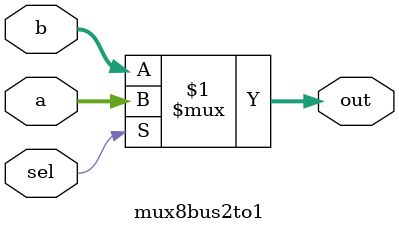
<source format=v>
module mux8bus2to1(a,b,sel,out);
input [7:0] a,b;
input sel;
output [7:0] out;
assign out = sel?a:b;
endmodule
</source>
